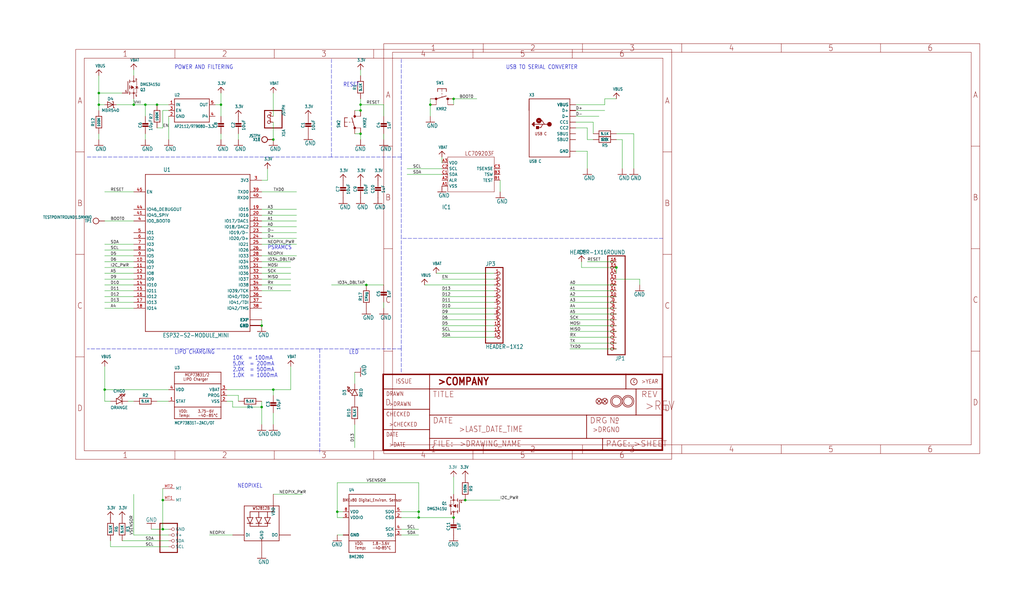
<source format=kicad_sch>
(kicad_sch (version 20211123) (generator eeschema)
  (paper "User" 447.269 265.938)
  (junction (at 71.12 218.44))
  (junction (at 119.38 60.96))
  (junction (at 157.48 45.72))
  (junction (at 157.48 48.26))
  (junction (at 58.42 45.72))
  (junction (at 119.38 170.18))
  (junction (at 43.18 45.72))
  (junction (at 68.58 45.72))
  (junction (at 114.3 177.8))
  (junction (at 43.18 40.64))
  (junction (at 198.12 43.18))
  (junction (at 160.02 124.46))
  (junction (at 157.48 58.42))
  (junction (at 182.88 226.06))
  (junction (at 187.96 45.72))
  (junction (at 96.52 45.72))
  (junction (at 63.5 45.72))
  (junction (at 71.12 231.14))
  (junction (at 269.24 116.84))
  (junction (at 203.2 218.44))
  (junction (at 198.12 226.06))
  (junction (at 182.88 223.52))
  (junction (at 114.3 142.24))
  (junction (at 147.32 223.52))
  (junction (at 45.72 170.18))
  (wire (pts (xy 256.54 66.04) (xy 251.46 66.04)))
  (wire (pts (xy 71.12 48.26) (xy 73.66 48.26)))
  (wire (pts (xy 269.24 119.38) (xy 269.24 116.84)))
  (wire (pts (xy 269.24 139.7) (xy 248.92 139.7)))
  (wire (pts (xy 193.04 139.7) (xy 215.9 139.7)))
  (wire (pts (xy 68.58 175.26) (xy 73.66 175.26)))
  (wire (pts (xy 175.26 223.52) (xy 182.88 223.52)))
  (wire (pts (xy 43.18 40.64) (xy 43.18 33.02)))
  (wire (pts (xy 58.42 96.52) (xy 45.72 96.52)))
  (wire (pts (xy 127 160.02) (xy 127 170.18)))
  (wire (pts (xy 182.88 210.82) (xy 182.88 223.52)))
  (wire (pts (xy 114.3 114.3) (xy 127 114.3)))
  (wire (pts (xy 269.24 121.92) (xy 279.4 121.92)))
  (wire (pts (xy 198.12 215.9) (xy 198.12 208.28)))
  (wire (pts (xy 251.46 55.88) (xy 256.54 55.88)))
  (wire (pts (xy 73.66 45.72) (xy 68.58 45.72)))
  (wire (pts (xy 58.42 119.38) (xy 45.72 119.38)))
  (wire (pts (xy 187.96 43.18) (xy 187.96 45.72)))
  (wire (pts (xy 101.6 175.26) (xy 101.6 177.8)))
  (wire (pts (xy 175.26 233.68) (xy 182.88 233.68)))
  (wire (pts (xy 203.2 218.44) (xy 218.44 218.44)))
  (wire (pts (xy 119.38 215.9) (xy 132.08 215.9)))
  (wire (pts (xy 50.8 45.72) (xy 58.42 45.72)))
  (wire (pts (xy 157.48 48.26) (xy 154.94 48.26)))
  (wire (pts (xy 114.3 175.26) (xy 114.3 177.8)))
  (wire (pts (xy 264.16 45.72) (xy 264.16 43.18)))
  (wire (pts (xy 73.66 50.8) (xy 73.66 60.96)))
  (wire (pts (xy 114.3 91.44) (xy 129.54 91.44)))
  (wire (pts (xy 256.54 60.96) (xy 259.08 60.96)))
  (wire (pts (xy 218.44 83.82) (xy 218.44 78.74)))
  (wire (pts (xy 157.48 30.48) (xy 157.48 33.02)))
  (wire (pts (xy 71.12 213.36) (xy 71.12 218.44)))
  (wire (pts (xy 147.32 233.68) (xy 149.86 233.68)))
  (wire (pts (xy 269.24 147.32) (xy 248.92 147.32)))
  (wire (pts (xy 215.9 142.24) (xy 193.04 142.24)))
  (wire (pts (xy 149.86 226.06) (xy 147.32 226.06)))
  (wire (pts (xy 68.58 55.88) (xy 71.12 55.88)))
  (wire (pts (xy 58.42 134.62) (xy 45.72 134.62)))
  (wire (pts (xy 215.9 124.46) (xy 185.42 124.46)))
  (polyline (pts (xy 175.26 68.58) (xy 175.26 25.4)))
  (wire (pts (xy 58.42 83.82) (xy 45.72 83.82)))
  (wire (pts (xy 55.88 175.26) (xy 58.42 175.26)))
  (wire (pts (xy 157.48 58.42) (xy 157.48 60.96)))
  (wire (pts (xy 114.3 177.8) (xy 114.3 185.42)))
  (polyline (pts (xy 175.26 152.4) (xy 139.7 152.4)))
  (polyline (pts (xy 38.1 68.58) (xy 144.78 68.58)))
  (wire (pts (xy 58.42 121.92) (xy 45.72 121.92)))
  (wire (pts (xy 48.26 175.26) (xy 45.72 175.26)))
  (wire (pts (xy 104.14 58.42) (xy 104.14 60.96)))
  (wire (pts (xy 99.06 170.18) (xy 119.38 170.18)))
  (wire (pts (xy 58.42 132.08) (xy 45.72 132.08)))
  (wire (pts (xy 45.72 170.18) (xy 73.66 170.18)))
  (wire (pts (xy 71.12 231.14) (xy 66.04 231.14)))
  (wire (pts (xy 114.3 101.6) (xy 129.54 101.6)))
  (wire (pts (xy 48.26 238.76) (xy 48.26 236.22)))
  (wire (pts (xy 167.64 60.96) (xy 167.64 58.42)))
  (wire (pts (xy 58.42 233.68) (xy 58.42 215.9)))
  (wire (pts (xy 119.38 180.34) (xy 119.38 185.42)))
  (wire (pts (xy 154.94 58.42) (xy 157.48 58.42)))
  (wire (pts (xy 96.52 58.42) (xy 96.52 60.96)))
  (wire (pts (xy 43.18 45.72) (xy 43.18 40.64)))
  (wire (pts (xy 114.3 116.84) (xy 127 116.84)))
  (wire (pts (xy 43.18 60.96) (xy 43.18 58.42)))
  (wire (pts (xy 58.42 30.48) (xy 58.42 33.02)))
  (wire (pts (xy 276.86 58.42) (xy 276.86 73.66)))
  (wire (pts (xy 73.66 236.22) (xy 53.34 236.22)))
  (wire (pts (xy 254 114.3) (xy 254 116.84)))
  (wire (pts (xy 68.58 45.72) (xy 63.5 45.72)))
  (wire (pts (xy 147.32 210.82) (xy 182.88 210.82)))
  (wire (pts (xy 279.4 121.92) (xy 279.4 124.46)))
  (wire (pts (xy 193.04 147.32) (xy 215.9 147.32)))
  (wire (pts (xy 154.94 185.42) (xy 154.94 195.58)))
  (wire (pts (xy 104.14 172.72) (xy 104.14 175.26)))
  (wire (pts (xy 215.9 132.08) (xy 193.04 132.08)))
  (wire (pts (xy 119.38 60.96) (xy 119.38 53.34)))
  (wire (pts (xy 251.46 48.26) (xy 264.16 48.26)))
  (wire (pts (xy 269.24 58.42) (xy 276.86 58.42)))
  (wire (pts (xy 58.42 127) (xy 45.72 127)))
  (wire (pts (xy 248.92 132.08) (xy 269.24 132.08)))
  (wire (pts (xy 215.9 127) (xy 193.04 127)))
  (wire (pts (xy 177.8 76.2) (xy 193.04 76.2)))
  (wire (pts (xy 116.84 78.74) (xy 116.84 73.66)))
  (wire (pts (xy 254 116.84) (xy 269.24 116.84)))
  (wire (pts (xy 127 127) (xy 114.3 127)))
  (wire (pts (xy 63.5 45.72) (xy 63.5 50.8)))
  (wire (pts (xy 71.12 55.88) (xy 71.12 48.26)))
  (polyline (pts (xy 139.7 152.4) (xy 139.7 198.12)))
  (wire (pts (xy 175.26 231.14) (xy 182.88 231.14)))
  (wire (pts (xy 190.5 119.38) (xy 215.9 119.38)))
  (polyline (pts (xy 175.26 68.58) (xy 144.78 68.58)))
  (wire (pts (xy 259.08 53.34) (xy 259.08 58.42)))
  (wire (pts (xy 157.48 43.18) (xy 157.48 45.72)))
  (wire (pts (xy 269.24 137.16) (xy 248.92 137.16)))
  (wire (pts (xy 193.04 129.54) (xy 215.9 129.54)))
  (wire (pts (xy 167.64 134.62) (xy 167.64 132.08)))
  (polyline (pts (xy 289.56 104.14) (xy 175.26 104.14)))
  (wire (pts (xy 175.26 226.06) (xy 182.88 226.06)))
  (wire (pts (xy 269.24 134.62) (xy 248.92 134.62)))
  (wire (pts (xy 269.24 124.46) (xy 248.92 124.46)))
  (polyline (pts (xy 175.26 104.14) (xy 175.26 68.58)))
  (wire (pts (xy 182.88 223.52) (xy 182.88 226.06)))
  (wire (pts (xy 58.42 233.68) (xy 73.66 233.68)))
  (wire (pts (xy 269.24 129.54) (xy 248.92 129.54)))
  (wire (pts (xy 193.04 121.92) (xy 215.9 121.92)))
  (wire (pts (xy 182.88 226.06) (xy 198.12 226.06)))
  (polyline (pts (xy 175.26 152.4) (xy 175.26 104.14)))
  (polyline (pts (xy 175.26 162.56) (xy 175.26 152.4)))
  (wire (pts (xy 114.3 106.68) (xy 129.54 106.68)))
  (wire (pts (xy 45.72 129.54) (xy 58.42 129.54)))
  (wire (pts (xy 73.66 238.76) (xy 48.26 238.76)))
  (wire (pts (xy 147.32 223.52) (xy 147.32 210.82)))
  (polyline (pts (xy 144.78 68.58) (xy 144.78 25.4)))
  (wire (pts (xy 187.96 45.72) (xy 187.96 50.8)))
  (wire (pts (xy 215.9 144.78) (xy 193.04 144.78)))
  (wire (pts (xy 154.94 167.64) (xy 154.94 162.56)))
  (wire (pts (xy 114.3 78.74) (xy 116.84 78.74)))
  (wire (pts (xy 119.38 40.64) (xy 119.38 50.8)))
  (wire (pts (xy 167.64 124.46) (xy 160.02 124.46)))
  (wire (pts (xy 99.06 172.72) (xy 104.14 172.72)))
  (wire (pts (xy 93.98 45.72) (xy 96.52 45.72)))
  (wire (pts (xy 271.78 60.96) (xy 271.78 73.66)))
  (wire (pts (xy 251.46 53.34) (xy 259.08 53.34)))
  (wire (pts (xy 43.18 48.26) (xy 43.18 45.72)))
  (wire (pts (xy 193.04 137.16) (xy 215.9 137.16)))
  (wire (pts (xy 256.54 66.04) (xy 256.54 73.66)))
  (wire (pts (xy 147.32 226.06) (xy 147.32 223.52)))
  (wire (pts (xy 251.46 50.8) (xy 261.62 50.8)))
  (wire (pts (xy 114.3 111.76) (xy 129.54 111.76)))
  (wire (pts (xy 248.92 144.78) (xy 269.24 144.78)))
  (wire (pts (xy 160.02 124.46) (xy 144.78 124.46)))
  (wire (pts (xy 45.72 175.26) (xy 45.72 170.18)))
  (wire (pts (xy 114.3 124.46) (xy 127 124.46)))
  (wire (pts (xy 53.34 40.64) (xy 43.18 40.64)))
  (wire (pts (xy 114.3 121.92) (xy 127 121.92)))
  (wire (pts (xy 45.72 45.72) (xy 43.18 45.72)))
  (wire (pts (xy 114.3 119.38) (xy 127 119.38)))
  (wire (pts (xy 58.42 111.76) (xy 45.72 111.76)))
  (wire (pts (xy 63.5 58.42) (xy 63.5 60.96)))
  (wire (pts (xy 269.24 127) (xy 248.92 127)))
  (wire (pts (xy 269.24 114.3) (xy 256.54 114.3)))
  (wire (pts (xy 264.16 43.18) (xy 269.24 43.18)))
  (wire (pts (xy 157.48 45.72) (xy 167.64 45.72)))
  (wire (pts (xy 45.72 106.68) (xy 58.42 106.68)))
  (wire (pts (xy 193.04 73.66) (xy 177.8 73.66)))
  (wire (pts (xy 256.54 55.88) (xy 256.54 60.96)))
  (wire (pts (xy 269.24 142.24) (xy 248.92 142.24)))
  (wire (pts (xy 114.3 139.7) (xy 114.3 142.24)))
  (wire (pts (xy 99.06 175.26) (xy 101.6 175.26)))
  (wire (pts (xy 58.42 45.72) (xy 63.5 45.72)))
  (wire (pts (xy 198.12 43.18) (xy 198.12 45.72)))
  (wire (pts (xy 149.86 223.52) (xy 147.32 223.52)))
  (wire (pts (xy 193.04 68.58) (xy 193.04 71.12)))
  (wire (pts (xy 193.04 134.62) (xy 215.9 134.62)))
  (wire (pts (xy 58.42 109.22) (xy 45.72 109.22)))
  (wire (pts (xy 96.52 45.72) (xy 96.52 40.64)))
  (wire (pts (xy 58.42 116.84) (xy 45.72 116.84)))
  (wire (pts (xy 157.48 45.72) (xy 157.48 48.26)))
  (wire (pts (xy 248.92 149.86) (xy 269.24 149.86)))
  (wire (pts (xy 251.46 45.72) (xy 264.16 45.72)))
  (wire (pts (xy 114.3 99.06) (xy 129.54 99.06)))
  (wire (pts (xy 71.12 218.44) (xy 71.12 231.14)))
  (wire (pts (xy 71.12 231.14) (xy 73.66 231.14)))
  (wire (pts (xy 58.42 43.18) (xy 58.42 45.72)))
  (wire (pts (xy 45.72 160.02) (xy 45.72 170.18)))
  (wire (pts (xy 96.52 50.8) (xy 96.52 45.72)))
  (wire (pts (xy 119.38 172.72) (xy 119.38 170.18)))
  (wire (pts (xy 198.12 43.18) (xy 208.28 43.18)))
  (wire (pts (xy 114.3 83.82) (xy 129.54 83.82)))
  (wire (pts (xy 45.72 124.46) (xy 58.42 124.46)))
  (wire (pts (xy 101.6 177.8) (xy 114.3 177.8)))
  (wire (pts (xy 114.3 96.52) (xy 129.54 96.52)))
  (wire (pts (xy 101.6 233.68) (xy 91.44 233.68)))
  (wire (pts (xy 114.3 93.98) (xy 129.54 93.98)))
  (wire (pts (xy 114.3 104.14) (xy 129.54 104.14)))
  (wire (pts (xy 119.38 170.18) (xy 127 170.18)))
  (wire (pts (xy 45.72 114.3) (xy 58.42 114.3)))
  (polyline (pts (xy 139.7 152.4) (xy 38.1 152.4)))
  (wire (pts (xy 269.24 152.4) (xy 248.92 152.4)))
  (wire (pts (xy 167.64 50.8) (xy 167.64 45.72)))
  (wire (pts (xy 269.24 60.96) (xy 271.78 60.96)))
  (text "10K  = 100mA" (at 101.6 157.48 180) (effects (font (size 1.778 1.5113)) (justify left bottom)))
  (text "RESET" (at 149.86 38.1 180) (effects (font (size 1.778 1.5113)) (justify left bottom)))
  (text "POWER AND FILTERING" (at 76.2 30.48 180) (effects (font (size 1.778 1.5113)) (justify left bottom)))
  (text "1.0K  = 1000mA" (at 101.6 165.1 180) (effects (font (size 1.778 1.5113)) (justify left bottom)))
  (text "LED" (at 152.4 154.94 180) (effects (font (size 1.778 1.5113)) (justify left bottom)))
  (text "USB TO SERIAL CONVERTER" (at 220.98 30.48 180) (effects (font (size 1.778 1.5113)) (justify left bottom)))
  (text "2.0K  = 500mA" (at 101.6 162.56 180) (effects (font (size 1.778 1.5113)) (justify left bottom)))
  (text "NEOPIXEL" (at 109.22 213.36 180) (effects (font (size 1.778 1.5113)) (justify bottom)))
  (text "5.0K  = 200mA" (at 101.6 160.02 180) (effects (font (size 1.778 1.5113)) (justify left bottom)))
  (text "PSRAMCS" (at 116.84 109.22 180) (effects (font (size 1.778 1.5113)) (justify left bottom)))
  (text "LIPO CHARGING" (at 76.2 154.94 180) (effects (font (size 1.778 1.5113)) (justify left bottom)))
  (label "NEOPIX" (at 116.84 111.76 0) (effects (font (size 1.2446 1.2446))))
  (label "MOSI" (at 116.84 116.84 0) (effects (font (size 1.2446 1.2446))))
  (label "VSENSOR" (at 58.42 233.68 90) (effects (font (size 1.2446 1.2446))))
  (label "A1" (at 248.92 127 0) (effects (font (size 1.2446 1.2446))))
  (label "MOSI" (at 248.92 142.24 0) (effects (font (size 1.2446 1.2446))))
  (label "A0" (at 116.84 99.06 0) (effects (font (size 1.2446 1.2446))))
  (label "D9" (at 193.04 137.16 0) (effects (font (size 1.2446 1.2446))))
  (label "D-" (at 116.84 101.6 0) (effects (font (size 1.2446 1.2446))))
  (label "D5" (at 193.04 142.24 0) (effects (font (size 1.2446 1.2446))))
  (label "D+" (at 251.46 48.26 0) (effects (font (size 1.2446 1.2446))))
  (label "TXD0" (at 248.92 152.4 0) (effects (font (size 1.2446 1.2446))))
  (label "D12" (at 48.26 129.54 0) (effects (font (size 1.2446 1.2446))))
  (label "D-" (at 251.46 50.8 0) (effects (font (size 1.2446 1.2446))))
  (label "MISO" (at 248.92 144.78 0) (effects (font (size 1.2446 1.2446))))
  (label "A2" (at 248.92 129.54 0) (effects (font (size 1.2446 1.2446))))
  (label "IO34_DBLTAP" (at 147.32 124.46 0) (effects (font (size 1.2446 1.2446))))
  (label "NEOPIX_PWR" (at 121.92 215.9 0) (effects (font (size 1.2446 1.2446))))
  (label "A3" (at 116.84 91.44 0) (effects (font (size 1.2446 1.2446))))
  (label "A1" (at 116.84 96.52 0) (effects (font (size 1.2446 1.2446))))
  (label "SCL" (at 180.34 73.66 0) (effects (font (size 1.2446 1.2446))))
  (label "I2C_PWR" (at 48.26 116.84 0) (effects (font (size 1.2446 1.2446))))
  (label "NEOPIX_PWR" (at 116.84 106.68 0) (effects (font (size 1.2446 1.2446))))
  (label "D11" (at 48.26 127 0) (effects (font (size 1.2446 1.2446))))
  (label "SDA" (at 63.5 236.22 0) (effects (font (size 1.2446 1.2446))))
  (label "D9" (at 48.26 121.92 0) (effects (font (size 1.2446 1.2446))))
  (label "I2C_PWR" (at 218.44 218.44 0) (effects (font (size 1.2446 1.2446))))
  (label "D13" (at 48.26 132.08 0) (effects (font (size 1.2446 1.2446))))
  (label "SCL" (at 48.26 109.22 0) (effects (font (size 1.2446 1.2446))))
  (label "A5" (at 248.92 137.16 0) (effects (font (size 1.2446 1.2446))))
  (label "EN" (at 71.12 55.88 0) (effects (font (size 1.2446 1.2446))))
  (label "TX" (at 248.92 149.86 0) (effects (font (size 1.2446 1.2446))))
  (label "D11" (at 193.04 132.08 0) (effects (font (size 1.2446 1.2446))))
  (label "SDA" (at 48.26 106.68 0) (effects (font (size 1.2446 1.2446))))
  (label "D6" (at 193.04 139.7 0) (effects (font (size 1.2446 1.2446))))
  (label "D10" (at 193.04 134.62 0) (effects (font (size 1.2446 1.2446))))
  (label "D12" (at 193.04 129.54 0) (effects (font (size 1.2446 1.2446))))
  (label "D13" (at 154.94 193.04 90) (effects (font (size 1.2446 1.2446))))
  (label "RESET" (at 256.54 114.3 0) (effects (font (size 1.2446 1.2446))))
  (label "BOOT0" (at 200.66 43.18 0) (effects (font (size 1.2446 1.2446))))
  (label "SCL" (at 193.04 144.78 0) (effects (font (size 1.2446 1.2446))))
  (label "D+" (at 116.84 104.14 0) (effects (font (size 1.2446 1.2446))))
  (label "MISO" (at 116.84 121.92 0) (effects (font (size 1.2446 1.2446))))
  (label "D13" (at 193.04 127 0) (effects (font (size 1.2446 1.2446))))
  (label "SDA" (at 180.34 76.2 0) (effects (font (size 1.2446 1.2446))))
  (label "RESET" (at 160.02 45.72 0) (effects (font (size 1.2446 1.2446))))
  (label "SCK" (at 248.92 139.7 0) (effects (font (size 1.2446 1.2446))))
  (label "RX" (at 116.84 124.46 0) (effects (font (size 1.2446 1.2446))))
  (label "RESET" (at 48.26 83.82 0) (effects (font (size 1.2446 1.2446))))
  (label "D10" (at 48.26 124.46 0) (effects (font (size 1.2446 1.2446))))
  (label "BOOT0" (at 48.26 96.52 0) (effects (font (size 1.2446 1.2446))))
  (label "A3" (at 248.92 132.08 0) (effects (font (size 1.2446 1.2446))))
  (label "D6" (at 48.26 114.3 0) (effects (font (size 1.2446 1.2446))))
  (label "SDA" (at 193.04 147.32 0) (effects (font (size 1.2446 1.2446))))
  (label "SCK" (at 116.84 119.38 0) (effects (font (size 1.2446 1.2446))))
  (label "A4" (at 248.92 134.62 0) (effects (font (size 1.2446 1.2446))))
  (label "A0" (at 248.92 124.46 0) (effects (font (size 1.2446 1.2446))))
  (label "A5" (at 48.26 119.38 0) (effects (font (size 1.2446 1.2446))))
  (label "VHI" (at 58.42 45.72 0) (effects (font (size 1.2446 1.2446))))
  (label "SCL" (at 177.8 231.14 0) (effects (font (size 1.2446 1.2446))))
  (label "VSENSOR" (at 160.02 210.82 0) (effects (font (size 1.2446 1.2446))))
  (label "A4" (at 48.26 134.62 0) (effects (font (size 1.2446 1.2446))))
  (label "SCL" (at 63.5 238.76 0) (effects (font (size 1.2446 1.2446))))
  (label "RX" (at 248.92 147.32 0) (effects (font (size 1.2446 1.2446))))
  (label "SDA" (at 177.8 233.68 0) (effects (font (size 1.2446 1.2446))))
  (label "TX" (at 116.84 127 0) (effects (font (size 1.2446 1.2446))))
  (label "TXD0" (at 119.38 83.82 0) (effects (font (size 1.2446 1.2446))))
  (label "EN" (at 193.04 121.92 0) (effects (font (size 1.2446 1.2446))))
  (label "IO34_DBLTAP" (at 116.84 114.3 0) (effects (font (size 1.2446 1.2446))))
  (label "A2" (at 116.84 93.98 0) (effects (font (size 1.2446 1.2446))))
  (label "D5" (at 48.26 111.76 0) (effects (font (size 1.2446 1.2446))))
  (label "NEOPIX" (at 91.44 233.68 0) (effects (font (size 1.2446 1.2446))))
  (symbol (lib_id "schematicEagle-eagle-import:CAP_CERAMIC0805-NOOUTLINE") (at 157.48 83.82 0) (unit 1)
    (property "Reference" "C9" (at 155.19 82.57 90))
    (property "Value" "10uF" (at 159.78 82.57 90))
    (property "Footprint" "schematicEagle:0805-NO" (effects hide))
  )
  (symbol (lib_id "schematicEagle-eagle-import:GND") (at 256.54 76.2 0) (unit 1)
    (property "Reference" "#U$23" (effects hide))
    (property "Value" "GND" (at 255.016 78.74 0) (effects (font (size 1.778 1.5113)) (justify left bottom)))
    (property "Footprint" "schematicEagle:" (effects hide))
  )
  (symbol (lib_id "schematicEagle-eagle-import:VBUS") (at 185.42 121.92 0) (unit 1)
    (property "Reference" "#U$19" (effects hide))
    (property "Value" "VBUS" (at 183.896 120.904 0) (effects (font (size 1.27 1.0795)) (justify left bottom)))
    (property "Footprint" "schematicEagle:" (effects hide))
  )
  (symbol (lib_id "schematicEagle-eagle-import:3.3V") (at 254 111.76 0) (unit 1)
    (property "Reference" "#U$6" (effects hide))
    (property "Value" "3.3V" (at 252.476 110.744 0) (effects (font (size 1.27 1.0795)) (justify left bottom)))
    (property "Footprint" "schematicEagle:" (effects hide))
  )
  (symbol (lib_id "schematicEagle-eagle-import:STEMMA_I2C_QTRA") (at 71.12 213.36 0) (unit 3)
    (property "Reference" "CONN1" (effects hide))
    (property "Value" "JST SH" (effects hide))
    (property "Footprint" "schematicEagle:JST_SH4_RA" (effects hide))
  )
  (symbol (lib_id "schematicEagle-eagle-import:3.3V") (at 116.84 71.12 0) (unit 1)
    (property "Reference" "#U$11" (effects hide))
    (property "Value" "3.3V" (at 115.316 70.104 0) (effects (font (size 1.27 1.0795)) (justify left bottom)))
    (property "Footprint" "schematicEagle:" (effects hide))
  )
  (symbol (lib_id "schematicEagle-eagle-import:3.3V") (at 157.48 27.94 0) (unit 1)
    (property "Reference" "#U$5" (effects hide))
    (property "Value" "3.3V" (at 155.956 26.924 0) (effects (font (size 1.27 1.0795)) (justify left bottom)))
    (property "Footprint" "schematicEagle:" (effects hide))
  )
  (symbol (lib_id "schematicEagle-eagle-import:VBAT") (at 58.42 27.94 0) (unit 1)
    (property "Reference" "#U$21" (effects hide))
    (property "Value" "VBAT" (at 56.896 26.924 0) (effects (font (size 1.27 1.0795)) (justify left bottom)))
    (property "Footprint" "schematicEagle:" (effects hide))
  )
  (symbol (lib_id "schematicEagle-eagle-import:3.3V") (at 134.62 48.26 0) (unit 1)
    (property "Reference" "#U$2" (effects hide))
    (property "Value" "3.3V" (at 133.096 47.244 0) (effects (font (size 1.27 1.0795)) (justify left bottom)))
    (property "Footprint" "schematicEagle:" (effects hide))
  )
  (symbol (lib_id "schematicEagle-eagle-import:GND") (at 165.1 88.9 0) (unit 1)
    (property "Reference" "#U$47" (effects hide))
    (property "Value" "GND" (at 163.576 91.44 0) (effects (font (size 1.778 1.5113)) (justify left bottom)))
    (property "Footprint" "schematicEagle:" (effects hide))
  )
  (symbol (lib_id "schematicEagle-eagle-import:GND") (at 147.32 236.22 0) (unit 1)
    (property "Reference" "#GND2" (effects hide))
    (property "Value" "GND" (at 144.78 238.76 0) (effects (font (size 1.778 1.5113)) (justify left bottom)))
    (property "Footprint" "schematicEagle:" (effects hide))
  )
  (symbol (lib_id "schematicEagle-eagle-import:USB_C") (at 241.3 55.88 0) (unit 1)
    (property "Reference" "X3" (at 231.14 42.164 0) (effects (font (size 1.27 1.0795)) (justify left bottom)))
    (property "Value" "USB C" (at 231.14 71.12 0) (effects (font (size 1.27 1.0795)) (justify left bottom)))
    (property "Footprint" "schematicEagle:USB_C_CUSB31-CFM2AX-01-X" (effects hide))
  )
  (symbol (lib_id "schematicEagle-eagle-import:RESISTOR_0603_NOOUT") (at 53.34 231.14 270) (unit 1)
    (property "Reference" "R3" (at 55.88 231.14 0))
    (property "Value" "5.1K" (at 53.34 231.14 0) (effects (font (size 1.016 1.016) bold)))
    (property "Footprint" "schematicEagle:0603-NO" (effects hide))
  )
  (symbol (lib_id "schematicEagle-eagle-import:GND") (at 43.18 63.5 0) (unit 1)
    (property "Reference" "#U$25" (effects hide))
    (property "Value" "GND" (at 41.656 66.04 0) (effects (font (size 1.778 1.5113)) (justify left bottom)))
    (property "Footprint" "schematicEagle:" (effects hide))
  )
  (symbol (lib_id "schematicEagle-eagle-import:3.3V") (at 48.26 223.52 0) (unit 1)
    (property "Reference" "#U$49" (effects hide))
    (property "Value" "3.3V" (at 46.736 222.504 0) (effects (font (size 1.27 1.0795)) (justify left bottom)))
    (property "Footprint" "schematicEagle:" (effects hide))
  )
  (symbol (lib_id "schematicEagle-eagle-import:GND") (at 134.62 60.96 0) (unit 1)
    (property "Reference" "#U$4" (effects hide))
    (property "Value" "GND" (at 133.096 63.5 0) (effects (font (size 1.778 1.5113)) (justify left bottom)))
    (property "Footprint" "schematicEagle:" (effects hide))
  )
  (symbol (lib_id "schematicEagle-eagle-import:3.3V") (at 203.2 205.74 0) (mirror y) (unit 1)
    (property "Reference" "#U$7" (effects hide))
    (property "Value" "3.3V" (at 204.724 204.724 0) (effects (font (size 1.27 1.0795)) (justify left bottom)))
    (property "Footprint" "schematicEagle:" (effects hide))
  )
  (symbol (lib_id "schematicEagle-eagle-import:CAP_CERAMIC0603_NO") (at 198.12 231.14 0) (unit 1)
    (property "Reference" "C11" (at 195.83 229.89 90))
    (property "Value" "1uF" (at 200.42 229.89 90))
    (property "Footprint" "schematicEagle:0603-NO" (effects hide))
  )
  (symbol (lib_id "schematicEagle-eagle-import:FRAME_A4") (at 167.64 198.12 0) (unit 2)
    (property "Reference" "#FRAME1" (effects hide))
    (property "Value" "FRAME_A4" (effects hide))
    (property "Footprint" "schematicEagle:" (effects hide))
  )
  (symbol (lib_id "schematicEagle-eagle-import:CAP_CERAMIC0805-NOOUTLINE") (at 119.38 177.8 0) (unit 1)
    (property "Reference" "C3" (at 117.09 176.55 90))
    (property "Value" "10µF" (at 121.68 176.55 90))
    (property "Footprint" "schematicEagle:0805-NO" (effects hide))
  )
  (symbol (lib_id "schematicEagle-eagle-import:GND") (at 279.4 127 0) (unit 1)
    (property "Reference" "#GND4" (effects hide))
    (property "Value" "GND" (at 276.86 129.54 0) (effects (font (size 1.778 1.5113)) (justify left bottom)))
    (property "Footprint" "schematicEagle:" (effects hide))
  )
  (symbol (lib_id "schematicEagle-eagle-import:RESISTOR_0603_NOOUT") (at 160.02 129.54 90) (unit 1)
    (property "Reference" "R17" (at 157.48 129.54 0))
    (property "Value" "1Meg" (at 160.02 129.54 0) (effects (font (size 1.016 1.016) bold)))
    (property "Footprint" "schematicEagle:0603-NO" (effects hide))
  )
  (symbol (lib_id "schematicEagle-eagle-import:RESISTOR_0603_NOOUT") (at 48.26 231.14 270) (unit 1)
    (property "Reference" "R6" (at 50.8 231.14 0))
    (property "Value" "5.1K" (at 48.26 231.14 0) (effects (font (size 1.016 1.016) bold)))
    (property "Footprint" "schematicEagle:0603-NO" (effects hide))
  )
  (symbol (lib_id "schematicEagle-eagle-import:RESISTOR_0603_NOOUT") (at 154.94 180.34 90) (unit 1)
    (property "Reference" "R10" (at 152.4 180.34 0))
    (property "Value" "5.1K" (at 154.94 180.34 0) (effects (font (size 1.016 1.016) bold)))
    (property "Footprint" "schematicEagle:0603-NO" (effects hide))
  )
  (symbol (lib_id "schematicEagle-eagle-import:RESISTOR_0603_NOOUT") (at 264.16 60.96 180) (unit 1)
    (property "Reference" "R5" (at 264.16 63.5 0))
    (property "Value" "5.1K" (at 264.16 60.96 0) (effects (font (size 1.016 1.016) bold)))
    (property "Footprint" "schematicEagle:0603-NO" (effects hide))
  )
  (symbol (lib_id "schematicEagle-eagle-import:GND") (at 157.48 63.5 0) (unit 1)
    (property "Reference" "#GND6" (effects hide))
    (property "Value" "GND" (at 154.94 66.04 0) (effects (font (size 1.778 1.5113)) (justify left bottom)))
    (property "Footprint" "schematicEagle:" (effects hide))
  )
  (symbol (lib_id "schematicEagle-eagle-import:GND") (at 114.3 144.78 0) (unit 1)
    (property "Reference" "#U$37" (effects hide))
    (property "Value" "GND" (at 112.776 147.32 0) (effects (font (size 1.778 1.5113)) (justify left bottom)))
    (property "Footprint" "schematicEagle:" (effects hide))
  )
  (symbol (lib_id "schematicEagle-eagle-import:LED0603_NOOUTLINE") (at 53.34 175.26 0) (unit 1)
    (property "Reference" "CHG0" (at 52.07 170.815 0))
    (property "Value" "ORANGE" (at 52.07 178.054 0))
    (property "Footprint" "schematicEagle:CHIPLED_0603_NOOUTLINE" (effects hide))
  )
  (symbol (lib_id "schematicEagle-eagle-import:VBAT") (at 119.38 38.1 0) (unit 1)
    (property "Reference" "#U$16" (effects hide))
    (property "Value" "VBAT" (at 117.856 37.084 0) (effects (font (size 1.27 1.0795)) (justify left bottom)))
    (property "Footprint" "schematicEagle:" (effects hide))
  )
  (symbol (lib_id "schematicEagle-eagle-import:MOSFET-P") (at 58.42 38.1 0) (mirror x) (unit 1)
    (property "Reference" "Q3" (at 61.214 38.481 0) (effects (font (size 1.27 1.0795)) (justify left bottom)))
    (property "Value" "DMG3415U" (at 61.214 36.195 0) (effects (font (size 1.27 1.0795)) (justify left bottom)))
    (property "Footprint" "schematicEagle:SOT23-R" (effects hide))
  )
  (symbol (lib_id "schematicEagle-eagle-import:GND") (at 119.38 63.5 0) (unit 1)
    (property "Reference" "#U$22" (effects hide))
    (property "Value" "GND" (at 117.856 66.04 0) (effects (font (size 1.778 1.5113)) (justify left bottom)))
    (property "Footprint" "schematicEagle:" (effects hide))
  )
  (symbol (lib_id "schematicEagle-eagle-import:WS2812B_SK6805_1515") (at 114.3 231.14 0) (unit 1)
    (property "Reference" "LED1" (effects hide))
    (property "Value" "WS2812B_SK6805_1515" (effects hide))
    (property "Footprint" "schematicEagle:SK6805_1515" (effects hide))
  )
  (symbol (lib_id "schematicEagle-eagle-import:SWITCH_TACT_SMT4.6X2.8") (at 193.04 43.18 0) (unit 1)
    (property "Reference" "SW1" (at 190.5 36.83 0) (effects (font (size 1.27 1.0795)) (justify left bottom)))
    (property "Value" "KMR2" (at 190.5 48.26 0) (effects (font (size 1.27 1.0795)) (justify left bottom)))
    (property "Footprint" "schematicEagle:BTN_KMR2_4.6X2.8" (effects hide))
  )
  (symbol (lib_id "schematicEagle-eagle-import:RESISTOR_0603_NOOUT") (at 203.2 213.36 270) (mirror x) (unit 1)
    (property "Reference" "R9" (at 205.74 213.36 0))
    (property "Value" "100k" (at 203.2 213.36 0) (effects (font (size 1.016 1.016) bold)))
    (property "Footprint" "schematicEagle:0603-NO" (effects hide))
  )
  (symbol (lib_id "schematicEagle-eagle-import:GND") (at 198.12 236.22 0) (unit 1)
    (property "Reference" "#GND3" (effects hide))
    (property "Value" "GND" (at 195.58 238.76 0) (effects (font (size 1.778 1.5113)) (justify left bottom)))
    (property "Footprint" "schematicEagle:" (effects hide))
  )
  (symbol (lib_id "schematicEagle-eagle-import:STEMMA_I2C_QTRA") (at 73.66 236.22 0) (unit 1)
    (property "Reference" "CONN1" (effects hide))
    (property "Value" "JST SH" (effects hide))
    (property "Footprint" "schematicEagle:JST_SH4_RA" (effects hide))
  )
  (symbol (lib_id "schematicEagle-eagle-import:VBAT") (at 193.04 66.04 0) (unit 1)
    (property "Reference" "#U$18" (effects hide))
    (property "Value" "VBAT" (at 191.516 65.024 0) (effects (font (size 1.27 1.0795)) (justify left bottom)))
    (property "Footprint" "schematicEagle:" (effects hide))
  )
  (symbol (lib_id "schematicEagle-eagle-import:3.3V") (at 149.86 76.2 0) (unit 1)
    (property "Reference" "#U$41" (effects hide))
    (property "Value" "3.3V" (at 148.336 75.184 0) (effects (font (size 1.27 1.0795)) (justify left bottom)))
    (property "Footprint" "schematicEagle:" (effects hide))
  )
  (symbol (lib_id "schematicEagle-eagle-import:3.3V") (at 104.14 48.26 0) (unit 1)
    (property "Reference" "#U$24" (effects hide))
    (property "Value" "3.3V" (at 102.616 47.244 0) (effects (font (size 1.27 1.0795)) (justify left bottom)))
    (property "Footprint" "schematicEagle:" (effects hide))
  )
  (symbol (lib_id "schematicEagle-eagle-import:CON_JST_PH_2PIN_MT_BATT") (at 116.84 50.8 180) (unit 1)
    (property "Reference" "X1" (at 123.19 56.515 90) (effects (font (size 1.27 1.0795)) (justify left bottom)))
    (property "Value" "JSTPH" (at 123.19 45.72 90) (effects (font (size 1.27 1.0795)) (justify left bottom)))
    (property "Footprint" "schematicEagle:JSTPH2_BATT" (effects hide))
  )
  (symbol (lib_id "schematicEagle-eagle-import:GND") (at 193.04 83.82 0) (unit 1)
    (property "Reference" "#U$48" (effects hide))
    (property "Value" "GND" (at 191.516 86.36 0) (effects (font (size 1.778 1.5113)) (justify left bottom)))
    (property "Footprint" "schematicEagle:" (effects hide))
  )
  (symbol (lib_id "schematicEagle-eagle-import:GND") (at 167.64 137.16 0) (unit 1)
    (property "Reference" "#U$40" (effects hide))
    (property "Value" "GND" (at 166.116 139.7 0) (effects (font (size 1.778 1.5113)) (justify left bottom)))
    (property "Footprint" "schematicEagle:" (effects hide))
  )
  (symbol (lib_id "schematicEagle-eagle-import:VBUS") (at 269.24 40.64 0) (unit 1)
    (property "Reference" "#U$28" (effects hide))
    (property "Value" "VBUS" (at 267.716 39.624 0) (effects (font (size 1.27 1.0795)) (justify left bottom)))
    (property "Footprint" "schematicEagle:" (effects hide))
  )
  (symbol (lib_id "schematicEagle-eagle-import:DIODE-SCHOTTKYSOD-123") (at 48.26 45.72 0) (unit 1)
    (property "Reference" "D4" (at 48.26 43.18 0))
    (property "Value" "MBR540" (at 48.26 48.22 0))
    (property "Footprint" "schematicEagle:SOD-123" (effects hide))
  )
  (symbol (lib_id "schematicEagle-eagle-import:MCP73831{slash}2") (at 86.36 172.72 0) (unit 1)
    (property "Reference" "U3" (at 76.2 161.29 0) (effects (font (size 1.27 1.0795)) (justify left bottom)))
    (property "Value" "MCP73831T-2ACI/OT" (at 76.2 185.42 0) (effects (font (size 1.27 1.0795)) (justify left bottom)))
    (property "Footprint" "schematicEagle:SOT23-5" (effects hide))
  )
  (symbol (lib_id "schematicEagle-eagle-import:3.3V") (at 53.34 223.52 0) (unit 1)
    (property "Reference" "#U$9" (effects hide))
    (property "Value" "3.3V" (at 51.816 222.504 0) (effects (font (size 1.27 1.0795)) (justify left bottom)))
    (property "Footprint" "schematicEagle:" (effects hide))
  )
  (symbol (lib_id "schematicEagle-eagle-import:RESISTOR_0603_NOOUT") (at 68.58 50.8 90) (unit 1)
    (property "Reference" "R7" (at 66.04 50.8 0))
    (property "Value" "100K" (at 68.58 50.8 0) (effects (font (size 1.016 1.016) bold)))
    (property "Footprint" "schematicEagle:0603-NO" (effects hide))
  )
  (symbol (lib_id "schematicEagle-eagle-import:GND") (at 96.52 63.5 0) (unit 1)
    (property "Reference" "#U$29" (effects hide))
    (property "Value" "GND" (at 94.996 66.04 0) (effects (font (size 1.778 1.5113)) (justify left bottom)))
    (property "Footprint" "schematicEagle:" (effects hide))
  )
  (symbol (lib_id "schematicEagle-eagle-import:3.3V") (at 198.12 205.74 0) (mirror y) (unit 1)
    (property "Reference" "#U$54" (effects hide))
    (property "Value" "3.3V" (at 199.644 204.724 0) (effects (font (size 1.27 1.0795)) (justify left bottom)))
    (property "Footprint" "schematicEagle:" (effects hide))
  )
  (symbol (lib_id "schematicEagle-eagle-import:CAP_CERAMIC0603_NO") (at 167.64 129.54 0) (unit 1)
    (property "Reference" "C5" (at 165.35 128.29 90))
    (property "Value" "1uF" (at 169.94 128.29 90))
    (property "Footprint" "schematicEagle:0603-NO" (effects hide))
  )
  (symbol (lib_id "schematicEagle-eagle-import:VBAT") (at 190.5 116.84 0) (unit 1)
    (property "Reference" "#U$20" (effects hide))
    (property "Value" "VBAT" (at 188.976 115.824 0) (effects (font (size 1.27 1.0795)) (justify left bottom)))
    (property "Footprint" "schematicEagle:" (effects hide))
  )
  (symbol (lib_id "schematicEagle-eagle-import:GND") (at 66.04 228.6 180) (unit 1)
    (property "Reference" "#GND1" (effects hide))
    (property "Value" "GND" (at 68.58 226.06 0) (effects (font (size 1.778 1.5113)) (justify left bottom)))
    (property "Footprint" "schematicEagle:" (effects hide))
  )
  (symbol (lib_id "schematicEagle-eagle-import:RESISTOR_0603_NOOUT") (at 63.5 175.26 0) (unit 1)
    (property "Reference" "R2" (at 63.5 172.72 0))
    (property "Value" "5.1K" (at 63.5 175.26 0) (effects (font (size 1.016 1.016) bold)))
    (property "Footprint" "schematicEagle:0603-NO" (effects hide))
  )
  (symbol (lib_id "schematicEagle-eagle-import:GND") (at 149.86 88.9 0) (unit 1)
    (property "Reference" "#U$45" (effects hide))
    (property "Value" "GND" (at 148.336 91.44 0) (effects (font (size 1.778 1.5113)) (justify left bottom)))
    (property "Footprint" "schematicEagle:" (effects hide))
  )
  (symbol (lib_id "schematicEagle-eagle-import:HEADER-1X12") (at 218.44 134.62 0) (unit 1)
    (property "Reference" "JP3" (at 212.09 116.205 0) (effects (font (size 1.778 1.5113)) (justify left bottom)))
    (property "Value" "HEADER-1X12" (at 212.09 152.4 0) (effects (font (size 1.778 1.5113)) (justify left bottom)))
    (property "Footprint" "schematicEagle:1X12_ROUND" (effects hide))
  )
  (symbol (lib_id "schematicEagle-eagle-import:TESTPOINTROUND1.5MMNO") (at 45.72 96.52 90) (unit 1)
    (property "Reference" "TP1" (at 40.132 96.52 90) (effects (font (size 1.27 1.0795)) (justify left)))
    (property "Value" "TESTPOINTROUND1.5MMNO" (at 40.132 94.869 90) (effects (font (size 1.27 1.0795)) (justify left)))
    (property "Footprint" "schematicEagle:TESTPOINT_ROUND_1.5MM_NO" (effects hide))
  )
  (symbol (lib_id "schematicEagle-eagle-import:GND") (at 187.96 53.34 0) (unit 1)
    (property "Reference" "#U$51" (effects hide))
    (property "Value" "GND" (at 186.436 55.88 0) (effects (font (size 1.778 1.5113)) (justify left bottom)))
    (property "Footprint" "schematicEagle:" (effects hide))
  )
  (symbol (lib_id "schematicEagle-eagle-import:SWITCH_TACT_SMT4.6X2.8") (at 154.94 53.34 90) (unit 1)
    (property "Reference" "SW2" (at 148.59 55.88 0) (effects (font (size 1.27 1.0795)) (justify left bottom)))
    (property "Value" "KMR2" (at 160.02 55.88 0) (effects (font (size 1.27 1.0795)) (justify left bottom)))
    (property "Footprint" "schematicEagle:BTN_KMR2_4.6X2.8" (effects hide))
  )
  (symbol (lib_id "schematicEagle-eagle-import:CAP_CERAMIC0805-NOOUTLINE") (at 63.5 55.88 0) (unit 1)
    (property "Reference" "C6" (at 61.21 54.63 90))
    (property "Value" "10µF" (at 65.8 54.63 90))
    (property "Footprint" "schematicEagle:0805-NO" (effects hide))
  )
  (symbol (lib_id "schematicEagle-eagle-import:GND") (at 63.5 63.5 0) (unit 1)
    (property "Reference" "#U$27" (effects hide))
    (property "Value" "GND" (at 61.976 66.04 0) (effects (font (size 1.778 1.5113)) (justify left bottom)))
    (property "Footprint" "schematicEagle:" (effects hide))
  )
  (symbol (lib_id "schematicEagle-eagle-import:CAP_CERAMIC0805-NOOUTLINE") (at 104.14 55.88 0) (unit 1)
    (property "Reference" "C2" (at 101.85 54.63 90))
    (property "Value" "10uF" (at 106.44 54.63 90))
    (property "Footprint" "schematicEagle:0805-NO" (effects hide))
  )
  (symbol (lib_id "schematicEagle-eagle-import:CON_JST_PH_2PIN_MT_BATT") (at 119.38 60.96 90) (unit 2)
    (property "Reference" "X1" (at 113.792 60.96 90) (effects (font (size 1.27 1.0795)) (justify left)))
    (property "Value" "JSTPH" (at 113.792 59.309 90) (effects (font (size 1.27 1.0795)) (justify left)))
    (property "Footprint" "schematicEagle:JSTPH2_BATT" (effects hide))
  )
  (symbol (lib_id "schematicEagle-eagle-import:RESISTOR_0603_NOOUT") (at 43.18 53.34 90) (unit 1)
    (property "Reference" "R12" (at 40.64 53.34 0))
    (property "Value" "100K" (at 43.18 53.34 0) (effects (font (size 1.016 1.016) bold)))
    (property "Footprint" "schematicEagle:0603-NO" (effects hide))
  )
  (symbol (lib_id "schematicEagle-eagle-import:ESP32-S2-MODULE_MINI") (at 86.36 109.22 0) (unit 1)
    (property "Reference" "U1" (at 71.3241 75.0855 0) (effects (font (size 1.778 1.5113)) (justify left bottom)))
    (property "Value" "ESP32-S2-MODULE_MINI" (at 71.0733 147.4281 0) (effects (font (size 1.778 1.5113)) (justify left bottom)))
    (property "Footprint" "schematicEagle:QFN60_ESP32-S2-MINI-1_EXP" (effects hide))
  )
  (symbol (lib_id "schematicEagle-eagle-import:LED0603_NOOUTLINE") (at 154.94 170.18 90) (unit 1)
    (property "Reference" "D3" (at 150.495 171.45 0))
    (property "Value" "RED" (at 157.734 171.45 0))
    (property "Footprint" "schematicEagle:CHIPLED_0603_NOOUTLINE" (effects hide))
  )
  (symbol (lib_id "schematicEagle-eagle-import:HEADER-1X16ROUND") (at 266.7 134.62 180) (unit 1)
    (property "Reference" "JP1" (at 273.05 155.575 0) (effects (font (size 1.778 1.5113)) (justify left bottom)))
    (property "Value" "HEADER-1X16ROUND" (at 273.05 109.22 0) (effects (font (size 1.778 1.5113)) (justify left bottom)))
    (property "Footprint" "schematicEagle:1X16_ROUND" (effects hide))
  )
  (symbol (lib_id "schematicEagle-eagle-import:GND") (at 160.02 137.16 0) (unit 1)
    (property "Reference" "#U$26" (effects hide))
    (property "Value" "GND" (at 158.496 139.7 0) (effects (font (size 1.778 1.5113)) (justify left bottom)))
    (property "Footprint" "schematicEagle:" (effects hide))
  )
  (symbol (lib_id "schematicEagle-eagle-import:VREG_SOT23-5") (at 83.82 48.26 0) (unit 1)
    (property "Reference" "U2" (at 76.2 42.164 0) (effects (font (size 1.27 1.0795)) (justify left bottom)))
    (property "Value" "AP2112/RT9080-3.3" (at 76.2 55.88 0) (effects (font (size 1.27 1.0795)) (justify left bottom)))
    (property "Footprint" "schematicEagle:SOT23-5" (effects hide))
  )
  (symbol (lib_id "schematicEagle-eagle-import:BME280") (at 162.56 228.6 0) (unit 1)
    (property "Reference" "U4" (at 152.4 214.63 0) (effects (font (size 1.27 1.0795)) (justify left bottom)))
    (property "Value" "BME280" (at 152.4 243.84 0) (effects (font (size 1.27 1.0795)) (justify left bottom)))
    (property "Footprint" "schematicEagle:BME280" (effects hide))
  )
  (symbol (lib_id "schematicEagle-eagle-import:LC709203F{slash}MH") (at 205.74 76.2 0) (unit 1)
    (property "Reference" "IC1" (at 193.04 91.44 0) (effects (font (size 1.778 1.5113)) (justify left bottom)))
    (property "Value" "LC709203F{slash}MH" (effects hide))
    (property "Footprint" "schematicEagle:WLCSP9" (effects hide))
  )
  (symbol (lib_id "schematicEagle-eagle-import:CAP_CERAMIC0805-NOOUTLINE") (at 134.62 55.88 0) (unit 1)
    (property "Reference" "C1" (at 132.33 54.63 90))
    (property "Value" "10uF" (at 136.92 54.63 90))
    (property "Footprint" "schematicEagle:0805-NO" (effects hide))
  )
  (symbol (lib_id "schematicEagle-eagle-import:VBUS") (at 45.72 157.48 0) (unit 1)
    (property "Reference" "#U$38" (effects hide))
    (property "Value" "VBUS" (at 44.196 156.464 0) (effects (font (size 1.27 1.0795)) (justify left bottom)))
    (property "Footprint" "schematicEagle:" (effects hide))
  )
  (symbol (lib_id "schematicEagle-eagle-import:3.3V") (at 157.48 76.2 0) (unit 1)
    (property "Reference" "#U$43" (effects hide))
    (property "Value" "3.3V" (at 155.956 75.184 0) (effects (font (size 1.27 1.0795)) (justify left bottom)))
    (property "Footprint" "schematicEagle:" (effects hide))
  )
  (symbol (lib_id "schematicEagle-eagle-import:GND") (at 218.44 86.36 0) (unit 1)
    (property "Reference" "#U$50" (effects hide))
    (property "Value" "GND" (at 216.916 88.9 0) (effects (font (size 1.778 1.5113)) (justify left bottom)))
    (property "Footprint" "schematicEagle:" (effects hide))
  )
  (symbol (lib_id "schematicEagle-eagle-import:CAP_CERAMIC0805-NOOUTLINE") (at 96.52 55.88 0) (unit 1)
    (property "Reference" "C8" (at 94.23 54.63 90))
    (property "Value" "10µF" (at 98.82 54.63 90))
    (property "Footprint" "schematicEagle:0805-NO" (effects hide))
    (property "Value" "10µF" (effects hide))
  )
  (symbol (lib_id "schematicEagle-eagle-import:FIDUCIAL_1MM") (at 261.62 175.26 0) (unit 1)
    (property "Reference" "U$35" (effects hide))
    (property "Value" "FIDUCIAL_1MM" (effects hide))
    (property "Footprint" "schematicEagle:FIDUCIAL_1MM" (effects hide))
  )
  (symbol (lib_id "schematicEagle-eagle-import:GND") (at 167.64 63.5 0) (unit 1)
    (property "Reference" "#U$42" (effects hide))
    (property "Value" "GND" (at 166.116 66.04 0) (effects (font (size 1.778 1.5113)) (justify left bottom)))
    (property "Footprint" "schematicEagle:" (effects hide))
  )
  (symbol (lib_id "schematicEagle-eagle-import:GND") (at 104.14 63.5 0) (unit 1)
    (property "Reference" "#U$17" (effects hide))
    (property "Value" "GND" (at 102.616 66.04 0) (effects (font (size 1.778 1.5113)) (justify left bottom)))
    (property "Footprint" "schematicEagle:" (effects hide))
  )
  (symbol (lib_id "schematicEagle-eagle-import:GND") (at 157.48 88.9 0) (unit 1)
    (property "Reference" "#U$46" (effects hide))
    (property "Value" "GND" (at 155.956 91.44 0) (effects (font (size 1.778 1.5113)) (justify left bottom)))
    (property "Footprint" "schematicEagle:" (effects hide))
  )
  (symbol (lib_id "schematicEagle-eagle-import:RESISTOR_0603_NOOUT") (at 109.22 175.26 180) (unit 1)
    (property "Reference" "R4" (at 109.22 177.8 0))
    (property "Value" "5.1K" (at 109.22 175.26 0) (effects (font (size 1.016 1.016) bold)))
    (property "Footprint" "schematicEagle:0603-NO" (effects hide))
  )
  (symbol (lib_id "schematicEagle-eagle-import:FRAME_A4") (at 33.02 200.66 0) (unit 1)
    (property "Reference" "#FRAME1" (effects hide))
    (property "Value" "FRAME_A4" (effects hide))
    (property "Footprint" "schematicEagle:" (effects hide))
  )
  (symbol (lib_id "schematicEagle-eagle-import:CON_JST_PH_2PIN_MT_BATT") (at 119.38 60.96 90) (unit 3)
    (property "Reference" "X1" (at 113.792 60.96 90) (effects (font (size 1.27 1.0795)) (justify left)))
    (property "Value" "JSTPH" (at 113.792 59.309 90) (effects (font (size 1.27 1.0795)) (justify left)))
    (property "Footprint" "schematicEagle:JSTPH2_BATT" (effects hide))
  )
  (symbol (lib_id "schematicEagle-eagle-import:MOSFET-P") (at 198.12 220.98 0) (mirror y) (unit 1)
    (property "Reference" "Q1" (at 195.326 220.599 0) (effects (font (size 1.27 1.0795)) (justify left bottom)))
    (property "Value" "DMG3415U" (at 195.326 222.885 0) (effects (font (size 1.27 1.0795)) (justify left bottom)))
    (property "Footprint" "schematicEagle:SOT23-R" (effects hide))
  )
  (symbol (lib_id "schematicEagle-eagle-import:STEMMA_I2C_QTRA") (at 71.12 218.44 0) (unit 2)
    (property "Reference" "CONN1" (effects hide))
    (property "Value" "JST SH" (effects hide))
    (property "Footprint" "schematicEagle:JST_SH4_RA" (effects hide))
  )
  (symbol (lib_id "schematicEagle-eagle-import:MOUNTINGHOLE2.5") (at 269.24 175.26 0) (unit 1)
    (property "Reference" "U$31" (effects hide))
    (property "Value" "MOUNTINGHOLE2.5" (effects hide))
    (property "Footprint" "schematicEagle:MOUNTINGHOLE_2.5_PLATED" (effects hide))
  )
  (symbol (lib_id "schematicEagle-eagle-import:GND") (at 114.3 243.84 0) (unit 1)
    (property "Reference" "#U$13" (effects hide))
    (property "Value" "GND" (at 112.776 246.38 0) (effects (font (size 1.778 1.5113)) (justify left bottom)))
    (property "Footprint" "schematicEagle:" (effects hide))
  )
  (symbol (lib_id "schematicEagle-eagle-import:CAP_CERAMIC0603_NO") (at 167.64 55.88 0) (unit 1)
    (property "Reference" "C4" (at 165.35 54.63 90))
    (property "Value" "1uF" (at 169.94 54.63 90))
    (property "Footprint" "schematicEagle:0603-NO" (effects hide))
  )
  (symbol (lib_id "schematicEagle-eagle-import:GND") (at 157.48 162.56 90) (unit 1)
    (property "Reference" "#U$8" (effects hide))
    (property "Value" "GND" (at 160.02 164.084 0) (effects (font (size 1.778 1.5113)) (justify left bottom)))
    (property "Footprint" "schematicEagle:" (effects hide))
  )
  (symbol (lib_id "schematicEagle-eagle-import:GND") (at 276.86 76.2 0) (unit 1)
    (property "Reference" "#U$12" (effects hide))
    (property "Value" "GND" (at 275.336 78.74 0) (effects (font (size 1.778 1.5113)) (justify left bottom)))
    (property "Footprint" "schematicEagle:" (effects hide))
  )
  (symbol (lib_id "schematicEagle-eagle-import:CAP_CERAMIC0805-NOOUTLINE") (at 149.86 83.82 0) (unit 1)
    (property "Reference" "C7" (at 147.57 82.57 90))
    (property "Value" "10uF" (at 152.16 82.57 90))
    (property "Footprint" "schematicEagle:0805-NO" (effects hide))
  )
  (symbol (lib_id "schematicEagle-eagle-import:CAP_CERAMIC0603_NO") (at 165.1 83.82 0) (unit 1)
    (property "Reference" "C10" (at 162.81 82.57 90))
    (property "Value" "1uF" (at 167.4 82.57 90))
    (property "Footprint" "schematicEagle:0603-NO" (effects hide))
  )
  (symbol (lib_id "schematicEagle-eagle-import:MOUNTINGHOLE2.5") (at 274.32 175.26 0) (unit 1)
    (property "Reference" "U$32" (effects hide))
    (property "Value" "MOUNTINGHOLE2.5" (effects hide))
    (property "Footprint" "schematicEagle:MOUNTINGHOLE_2.5_PLATED" (effects hide))
  )
  (symbol (lib_id "schematicEagle-eagle-import:GND") (at 114.3 187.96 0) (unit 1)
    (property "Reference" "#U$36" (effects hide))
    (property "Value" "GND" (at 112.776 190.5 0) (effects (font (size 1.778 1.5113)) (justify left bottom)))
    (property "Footprint" "schematicEagle:" (effects hide))
  )
  (symbol (lib_id "schematicEagle-eagle-import:GND") (at 73.66 63.5 0) (unit 1)
    (property "Reference" "#U$30" (effects hide))
    (property "Value" "GND" (at 72.136 66.04 0) (effects (font (size 1.778 1.5113)) (justify left bottom)))
    (property "Footprint" "schematicEagle:" (effects hide))
  )
  (symbol (lib_id "schematicEagle-eagle-import:VBUS") (at 43.18 30.48 0) (unit 1)
    (property "Reference" "#U$3" (effects hide))
    (property "Value" "VBUS" (at 41.656 29.464 0) (effects (font (size 1.27 1.0795)) (justify left bottom)))
    (property "Footprint" "schematicEagle:" (effects hide))
  )
  (symbol (lib_id "schematicEagle-eagle-import:FIDUCIAL_1MM") (at 264.16 175.26 0) (unit 1)
    (property "Reference" "U$34" (effects hide))
    (property "Value" "FIDUCIAL_1MM" (effects hide))
    (property "Footprint" "schematicEagle:FIDUCIAL_1MM" (effects hide))
  )
  (symbol (lib_id "schematicEagle-eagle-import:3.3V") (at 165.1 76.2 0) (unit 1)
    (property "Reference" "#U$44" (effects hide))
    (property "Value" "3.3V" (at 163.576 75.184 0) (effects (font (size 1.27 1.0795)) (justify left bottom)))
    (property "Footprint" "schematicEagle:" (effects hide))
  )
  (symbol (lib_id "schematicEagle-eagle-import:RESISTOR_0603_NOOUT") (at 157.48 38.1 90) (unit 1)
    (property "Reference" "R1" (at 154.94 38.1 0))
    (property "Value" "5.1K" (at 157.48 38.1 0) (effects (font (size 1.016 1.016) bold)))
    (property "Footprint" "schematicEagle:0603-NO" (effects hide))
  )
  (symbol (lib_id "schematicEagle-eagle-import:VBAT") (at 127 157.48 0) (unit 1)
    (property "Reference" "#U$39" (effects hide))
    (property "Value" "VBAT" (at 125.476 156.464 0) (effects (font (size 1.27 1.0795)) (justify left bottom)))
    (property "Footprint" "schematicEagle:" (effects hide))
  )
  (symbol (lib_id "schematicEagle-eagle-import:3.3V") (at 96.52 38.1 0) (unit 1)
    (property "Reference" "#U$10" (effects hide))
    (property "Value" "3.3V" (at 94.996 37.084 0) (effects (font (size 1.27 1.0795)) (justify left bottom)))
    (property "Footprint" "schematicEagle:" (effects hide))
  )
  (symbol (lib_id "schematicEagle-eagle-import:GND") (at 119.38 187.96 0) (unit 1)
    (property "Reference" "#U$33" (effects hide))
    (property "Value" "GND" (at 117.856 190.5 0) (effects (font (size 1.778 1.5113)) (justify left bottom)))
    (property "Footprint" "schematicEagle:" (effects hide))
  )
  (symbol (lib_id "schematicEagle-eagle-import:GND") (at 271.78 76.2 0) (unit 1)
    (property "Reference" "#U$1" (effects hide))
    (property "Value" "GND" (at 270.256 78.74 0) (effects (font (size 1.778 1.5113)) (justify left bottom)))
    (property "Footprint" "schematicEagle:" (effects hide))
  )
  (symbol (lib_id "schematicEagle-eagle-import:RESISTOR_0603_NOOUT") (at 264.16 58.42 180) (unit 1)
    (property "Reference" "R8" (at 264.16 60.96 0))
    (property "Value" "5.1K" (at 264.16 58.42 0) (effects (font (size 1.016 1.016) bold)))
    (property "Footprint" "schematicEagle:0603-NO" (effects hide))
  )
)
</source>
